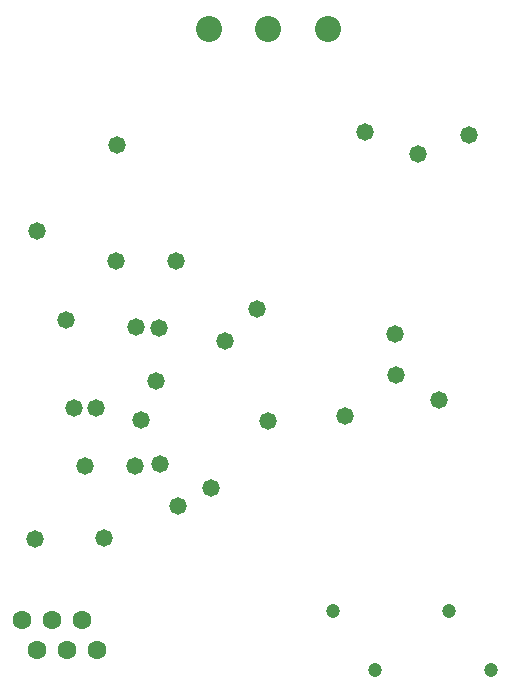
<source format=gbs>
%FSLAX43Y43*%
%MOMM*%
G71*
G01*
G75*
G04 Layer_Color=16711935*
%ADD10R,1.600X0.800*%
%ADD11R,0.800X1.600*%
%ADD12R,1.100X1.250*%
%ADD13R,2.000X1.250*%
%ADD14R,1.250X2.000*%
%ADD15R,1.500X0.300*%
%ADD16R,0.300X1.500*%
%ADD17R,2.000X1.200*%
%ADD18R,5.600X5.600*%
%ADD19R,5.500X2.000*%
%ADD20R,0.950X0.700*%
%ADD21R,1.680X1.520*%
%ADD22C,0.254*%
%ADD23C,0.900*%
%ADD24C,0.800*%
%ADD25C,0.750*%
%ADD26C,1.400*%
%ADD27R,1.500X1.500*%
%ADD28C,1.500*%
%ADD29C,2.000*%
%ADD30C,1.270*%
%ADD31C,1.000*%
%ADD32C,0.200*%
%ADD33C,0.100*%
%ADD34R,0.178X1.473*%
%ADD35R,0.203X1.499*%
%ADD36R,1.803X1.003*%
%ADD37R,1.003X1.803*%
%ADD38R,1.303X1.453*%
%ADD39R,2.203X1.453*%
%ADD40R,1.453X2.203*%
%ADD41R,1.703X0.503*%
%ADD42R,0.503X1.703*%
%ADD43R,2.203X1.403*%
%ADD44R,5.803X5.803*%
%ADD45R,5.703X2.203*%
%ADD46R,1.153X0.903*%
%ADD47R,1.883X1.723*%
%ADD48C,1.603*%
%ADD49R,1.703X1.703*%
%ADD50C,1.703*%
%ADD51C,2.203*%
%ADD52C,1.473*%
%ADD53C,1.203*%
D48*
X4700Y11600D02*
D03*
X5970Y9060D02*
D03*
X11050D02*
D03*
X7240Y11600D02*
D03*
X8510Y9060D02*
D03*
X9780Y11600D02*
D03*
D51*
X25600Y61600D02*
D03*
X30600D02*
D03*
X20600D02*
D03*
D52*
X5800Y18400D02*
D03*
X16300Y36300D02*
D03*
X6000Y44500D02*
D03*
X36400Y32300D02*
D03*
X25600Y28400D02*
D03*
X20700Y22700D02*
D03*
X17900Y21200D02*
D03*
X11000Y29500D02*
D03*
X9100D02*
D03*
X24600Y37900D02*
D03*
X21900Y35200D02*
D03*
X38300Y51000D02*
D03*
X12800Y51800D02*
D03*
X16100Y31800D02*
D03*
X8500Y37000D02*
D03*
X33800Y52900D02*
D03*
X42600Y52600D02*
D03*
X14400Y36400D02*
D03*
X12700Y42000D02*
D03*
X17800D02*
D03*
X36300Y35800D02*
D03*
X32100Y28800D02*
D03*
X40000Y30200D02*
D03*
X11700Y18500D02*
D03*
X16400Y24800D02*
D03*
X14300Y24600D02*
D03*
X14800Y28500D02*
D03*
X10100Y24600D02*
D03*
D53*
X44400Y7300D02*
D03*
X40900Y12300D02*
D03*
X34600Y7300D02*
D03*
X31100Y12300D02*
D03*
M02*

</source>
